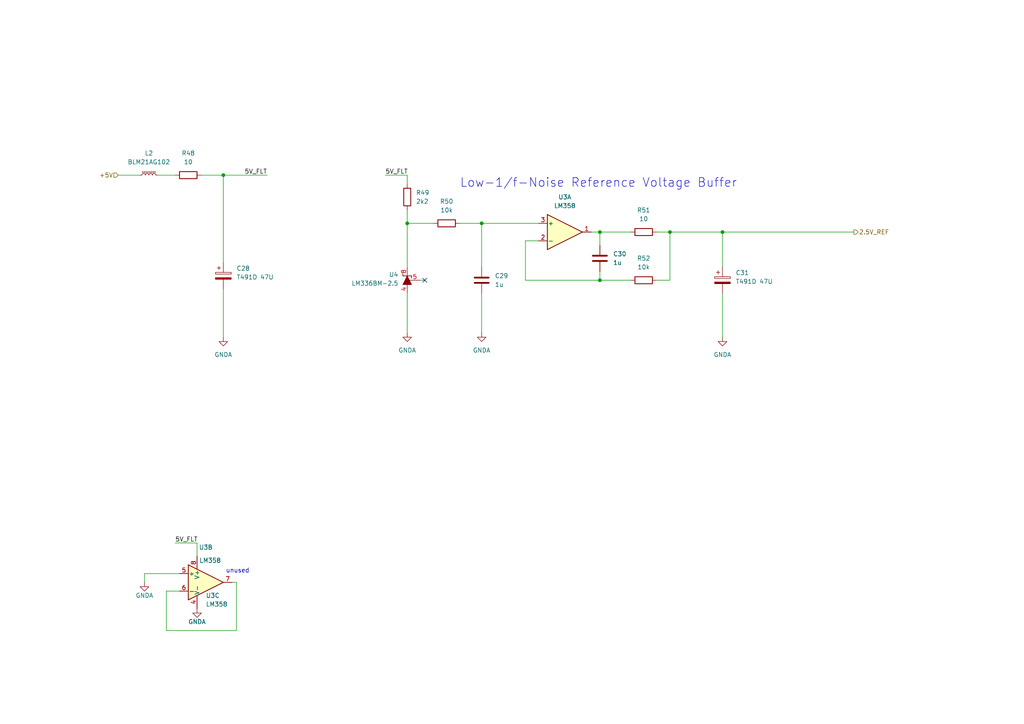
<source format=kicad_sch>
(kicad_sch (version 20211123) (generator eeschema)
  (paper "A4")
  (title_block (title "Low-1/f-Noise Reference Voltage Source") (date "2022-05-02") (rev "0.2.1") (company "U. Lukas"))
  (lib_symbols
    (symbol "Amplifier_Operational:LM358" (pin_names (offset 0.127))
      (property "Reference" "U" (at 0 5.08 0))
      (property "Value" "LM358" (at 0 -5.08 0))
      (symbol "LM358_1_1"
        (polyline (pts (xy -5.08 5.08) (xy 5.08 0) (xy -5.08 -5.08) (xy -5.08 5.08)) (stroke (width 0.254)) (fill (type background)))
        (pin output line (at 7.62 0 180) (length 2.54) (name "~") (number "1"))
        (pin input line (at -7.62 -2.54 0) (length 2.54) (name "-") (number "2"))
        (pin input line (at -7.62 2.54 0) (length 2.54) (name "+") (number "3"))
      )
      (symbol "LM358_2_1"
        (polyline (pts (xy -5.08 5.08) (xy 5.08 0) (xy -5.08 -5.08) (xy -5.08 5.08)) (stroke (width 0.254)) (fill (type background)))
        (pin input line (at -7.62 2.54 0) (length 2.54) (name "+") (number "5"))
        (pin input line (at -7.62 -2.54 0) (length 2.54) (name "-") (number "6"))
        (pin output line (at 7.62 0 180) (length 2.54) (name "~") (number "7"))
      )
      (symbol "LM358_3_1"
        (pin power_in line (at -2.54 -7.62 90) (length 3.81) (name "V-") (number "4"))
        (pin power_in line (at -2.54 7.62 270) (length 3.81) (name "V+") (number "8"))
      )
    )
    (symbol "Device:C" (pin_numbers hide) (pin_names (offset 0.254))
      (property "Reference" "C" (at 0.635 2.54 0))
      (property "Value" "C" (at 0.635 -2.54 0))
      (symbol "C_0_1"
        (polyline (pts (xy -2.032 -0.762) (xy 2.032 -0.762)) (stroke (width 0.508)))
        (polyline (pts (xy -2.032 0.762) (xy 2.032 0.762)) (stroke (width 0.508)))
      )
      (symbol "C_1_1"
        (pin passive line (at 0 3.81 270) (length 2.794) (name "~") (number "1"))
        (pin passive line (at 0 -3.81 90) (length 2.794) (name "~") (number "2"))
      )
    )
    (symbol "Device:C_Polarized" (pin_numbers hide) (pin_names (offset 0.254))
      (property "Reference" "C" (at 0.635 2.54 0))
      (property "Value" "C_Polarized" (at 0.635 -2.54 0))
      (symbol "C_Polarized_0_1"
        (rectangle (start -2.286 0.508) (end 2.286 1.016))
        (polyline (pts (xy -1.778 2.286) (xy -0.762 2.286)))
        (polyline (pts (xy -1.27 2.794) (xy -1.27 1.778)))
        (rectangle (start 2.286 -0.508) (end -2.286 -1.016) (fill (type outline)))
      )
      (symbol "C_Polarized_1_1"
        (pin passive line (at 0 3.81 270) (length 2.794) (name "~") (number "1"))
        (pin passive line (at 0 -3.81 90) (length 2.794) (name "~") (number "2"))
      )
    )
    (symbol "Device:L_Ferrite_Small" (pin_numbers hide) (pin_names (offset 0.254) hide)
      (property "Reference" "L" (at 1.27 1.016 0))
      (property "Value" "L_Ferrite_Small" (at 1.27 -1.27 0))
      (symbol "L_Ferrite_Small_0_1"
        (arc (start 0 -2.032) (mid 0.508 -1.524) (end 0 -1.016))
        (arc (start 0 -1.016) (mid 0.508 -0.508) (end 0 0))
        (polyline (pts (xy 0.762 -1.905) (xy 0.762 -1.651)))
        (polyline (pts (xy 0.762 -1.397) (xy 0.762 -1.143)))
        (polyline (pts (xy 0.762 -0.889) (xy 0.762 -0.635)))
        (polyline (pts (xy 0.762 -0.381) (xy 0.762 -0.127)))
        (polyline (pts (xy 0.762 0.127) (xy 0.762 0.381)))
        (polyline (pts (xy 0.762 0.635) (xy 0.762 0.889)))
        (polyline (pts (xy 0.762 1.143) (xy 0.762 1.397)))
        (polyline (pts (xy 0.762 1.651) (xy 0.762 1.905)))
        (polyline (pts (xy 1.016 -1.651) (xy 1.016 -1.905)))
        (polyline (pts (xy 1.016 -1.143) (xy 1.016 -1.397)))
        (polyline (pts (xy 1.016 -0.635) (xy 1.016 -0.889)))
        (polyline (pts (xy 1.016 -0.127) (xy 1.016 -0.381)))
        (polyline (pts (xy 1.016 0.381) (xy 1.016 0.127)))
        (polyline (pts (xy 1.016 0.889) (xy 1.016 0.635)))
        (polyline (pts (xy 1.016 1.397) (xy 1.016 1.143)))
        (polyline (pts (xy 1.016 1.905) (xy 1.016 1.651)))
        (arc (start 0 0) (mid 0.508 0.508) (end 0 1.016))
        (arc (start 0 1.016) (mid 0.508 1.524) (end 0 2.032))
      )
      (symbol "L_Ferrite_Small_1_1"
        (pin passive line (at 0 2.54 270) (length 0.508) (name "~") (number "1"))
        (pin passive line (at 0 -2.54 90) (length 0.508) (name "~") (number "2"))
      )
    )
    (symbol "Device:R" (pin_numbers hide) (pin_names (offset 0))
      (property "Reference" "R" (at 2.032 0 90))
      (property "Value" "R" (at 0 0 90))
      (symbol "R_0_1"
        (rectangle (start -1.016 -2.54) (end 1.016 2.54) (stroke (width 0.254)))
      )
      (symbol "R_1_1"
        (pin passive line (at 0 3.81 270) (length 1.27) (name "~") (number "1"))
        (pin passive line (at 0 -3.81 90) (length 1.27) (name "~") (number "2"))
      )
    )
    (symbol "lib_ul:LM336BM-2.5" (pin_names (offset 0.0254) hide)
      (property "Reference" "U" (at 2.54 -1.27 0))
      (property "Value" "LM336BM-2.5" (at 2.54 -3.81 0))
      (symbol "LM336BM-2.5_0_0"
        (pin no_connect line (at -8.255 -4.445 0) (length 2.54) hide (name "") (number "1"))
        (pin no_connect line (at -8.255 -1.905 0) (length 2.54) hide (name "") (number "2"))
        (pin no_connect line (at -8.255 0.635 0) (length 2.54) hide (name "") (number "3"))
        (pin no_connect line (at -8.255 3.175 0) (length 2.54) hide (name "") (number "6"))
        (pin no_connect line (at -8.255 5.715 0) (length 2.54) hide (name "") (number "7"))
      )
      (symbol "LM336BM-2.5_0_1"
        (polyline (pts (xy 1.27 0) (xy 1.27 1.27) (xy 1.27 2.54)))
        (polyline (pts (xy 1.27 2.54) (xy 0 0) (xy 2.54 0) (xy 1.27 2.54)) (fill (type outline)))
        (polyline (pts (xy 2.54 1.905) (xy 2.54 2.54) (xy 0 2.54) (xy 0 3.175)) (stroke (width 0.2032)))
      )
      (symbol "LM336BM-2.5_1_1"
        (pin passive line (at 1.27 -2.54 90) (length 2.54) (name "A") (number "4"))
        (pin input line (at 5.08 1.27 180) (length 3.175) (name "ADJ") (number "5"))
        (pin passive line (at 1.27 5.08 270) (length 2.54) (name "K") (number "8"))
      )
    )
    (symbol "power:GNDA" (power) (pin_names (offset 0))
      (property "Value" "GNDA" (at 0 -3.81 0))
      (symbol "GNDA_0_1"
        (polyline (pts (xy 0 0) (xy 0 -1.27) (xy 1.27 -1.27) (xy 0 -2.54) (xy -1.27 -1.27) (xy 0 -1.27)))
      )
      (symbol "GNDA_1_1"
        (pin power_in line (at 0 0 270) (length 0) hide (name "GNDA") (number "1"))
      )
    )
  )
  (junction (at 194.31 67.31))
  (junction (at 173.99 67.31))
  (junction (at 139.7 64.77))
  (junction (at 64.77 50.8))
  (junction (at 173.99 81.28))
  (junction (at 209.55 67.31))
  (junction (at 118.11 64.77))
  (no_connect (at 123.19 81.28))
  (wire (pts (xy 48.26 171.45) (xy 48.26 182.88)))
  (wire (pts (xy 118.11 96.52) (xy 118.11 85.09)))
  (wire (pts (xy 152.4 69.85) (xy 152.4 81.28)))
  (wire (pts (xy 190.5 81.28) (xy 194.31 81.28)))
  (wire (pts (xy 68.58 168.91) (xy 68.58 182.88)))
  (wire (pts (xy 173.99 67.31) (xy 173.99 71.12)))
  (wire (pts (xy 52.07 166.37) (xy 41.91 166.37)))
  (wire (pts (xy 111.76 50.8) (xy 118.11 50.8)))
  (wire (pts (xy 118.11 64.77) (xy 125.73 64.77)))
  (wire (pts (xy 190.5 67.31) (xy 194.31 67.31)))
  (wire (pts (xy 64.77 97.79) (xy 64.77 83.82)))
  (wire (pts (xy 48.26 182.88) (xy 68.58 182.88)))
  (wire (pts (xy 41.91 166.37) (xy 41.91 168.91)))
  (wire (pts (xy 50.8 157.48) (xy 57.15 157.48)))
  (wire (pts (xy 64.77 50.8) (xy 64.77 76.2)))
  (wire (pts (xy 156.21 69.85) (xy 152.4 69.85)))
  (wire (pts (xy 57.15 157.48) (xy 57.15 161.29)))
  (wire (pts (xy 173.99 78.74) (xy 173.99 81.28)))
  (wire (pts (xy 139.7 64.77) (xy 139.7 77.47)))
  (wire (pts (xy 209.55 85.09) (xy 209.55 97.79)))
  (wire (pts (xy 45.72 50.8) (xy 50.8 50.8)))
  (wire (pts (xy 209.55 67.31) (xy 209.55 77.47)))
  (wire (pts (xy 194.31 67.31) (xy 209.55 67.31)))
  (wire (pts (xy 58.42 50.8) (xy 64.77 50.8)))
  (wire (pts (xy 173.99 67.31) (xy 182.88 67.31)))
  (wire (pts (xy 68.58 168.91) (xy 67.31 168.91)))
  (wire (pts (xy 209.55 67.31) (xy 247.65 67.31)))
  (wire (pts (xy 123.19 81.28) (xy 121.92 81.28)))
  (wire (pts (xy 48.26 171.45) (xy 52.07 171.45)))
  (wire (pts (xy 118.11 60.96) (xy 118.11 64.77)))
  (wire (pts (xy 152.4 81.28) (xy 173.99 81.28)))
  (wire (pts (xy 64.77 50.8) (xy 77.47 50.8)))
  (wire (pts (xy 133.35 64.77) (xy 139.7 64.77)))
  (wire (pts (xy 118.11 64.77) (xy 118.11 77.47)))
  (wire (pts (xy 156.21 64.77) (xy 139.7 64.77)))
  (wire (pts (xy 171.45 67.31) (xy 173.99 67.31)))
  (wire (pts (xy 139.7 96.52) (xy 139.7 85.09)))
  (wire (pts (xy 194.31 81.28) (xy 194.31 67.31)))
  (wire (pts (xy 118.11 50.8) (xy 118.11 53.34)))
  (wire (pts (xy 34.29 50.8) (xy 40.64 50.8)))
  (wire (pts (xy 173.99 81.28) (xy 182.88 81.28)))
  (text "Low-1/f-Noise Reference Voltage Buffer" (at 133.35 54.61 0) (effects (font (size 2.54 2.54)) (justify left bottom)))
  (text "unused" (at 72.39 166.37 180) (effects (font (size 1.27 1.27)) (justify right bottom)))
  (label "5V_FLT" (at 50.8 157.48 0))
  (label "5V_FLT" (at 111.76 50.8 0))
  (label "5V_FLT" (at 77.47 50.8 180))
  (hierarchical_label "2.5V_REF" (shape output) (at 247.65 67.31 0))
  (hierarchical_label "+5V" (shape input) (at 34.29 50.8 180))
  (symbol (lib_id "power:GNDA") (at 57.15 176.53 0) (unit 1)
    (property "Reference" "#PWR019" (effects hide))
    (property "Value" "GNDA" (at 57.15 180.34 0))
  )
  (symbol (lib_id "power:GNDA") (at 139.7 96.52 0) (unit 1)
    (property "Reference" "#PWR022" (effects hide))
    (property "Value" "GNDA" (at 139.7 101.6 0))
  )
  (symbol (lib_id "Amplifier_Operational:LM358") (at 59.69 168.91 0) (unit 3)
    (property "Reference" "U3" (at 59.69 172.72 0) (effects (justify left)))
    (property "Value" "LM358" (at 59.69 175.26 0) (effects (justify left)))
    (property "Footprint" "Package_SO:SO-8_3.9x4.9mm_P1.27mm" (effects hide))
    (property "Datasheet" "http://www.ti.com/lit/ds/symlink/lm2904-n.pdf" (effects hide))
  )
  (symbol (lib_id "Device:R") (at 54.61 50.8 90) (unit 1)
    (property "Reference" "R48" (at 54.61 44.45 90))
    (property "Value" "10" (at 54.61 46.99 90))
    (property "Footprint" "Resistor_SMD:R_0603_1608Metric" (effects hide))
  )
  (symbol (lib_id "Device:C") (at 139.7 81.28 0) (unit 1)
    (property "Reference" "C29" (at 143.51 80.0099 0) (effects (justify left)))
    (property "Value" "1u" (at 143.51 82.5499 0) (effects (justify left)))
    (property "Footprint" "Capacitor_SMD:C_1206_3216Metric" (effects hide))
  )
  (symbol (lib_id "power:GNDA") (at 209.55 97.79 0) (unit 1)
    (property "Reference" "#PWR023" (effects hide))
    (property "Value" "GNDA" (at 209.55 102.87 0))
  )
  (symbol (lib_id "Amplifier_Operational:LM358") (at 163.83 67.31 0) (unit 1)
    (property "Reference" "U3" (at 163.83 57.15 0))
    (property "Value" "LM358" (at 163.83 59.69 0))
    (property "Footprint" "Package_SO:SO-8_3.9x4.9mm_P1.27mm" (effects hide))
    (property "Datasheet" "http://www.ti.com/lit/ds/symlink/lm2904-n.pdf" (effects hide))
  )
  (symbol (lib_id "Device:R") (at 186.69 81.28 90) (unit 1)
    (property "Reference" "R52" (at 186.69 74.93 90))
    (property "Value" "10k" (at 186.69 77.47 90))
    (property "Footprint" "Resistor_SMD:R_0603_1608Metric" (effects hide))
  )
  (symbol (lib_id "Device:R") (at 186.69 67.31 90) (unit 1)
    (property "Reference" "R51" (at 186.69 60.96 90))
    (property "Value" "10" (at 186.69 63.5 90))
    (property "Footprint" "Resistor_SMD:R_0603_1608Metric" (effects hide))
  )
  (symbol (lib_id "lib_ul:LM336BM-2.5") (at 116.84 82.55 0) (unit 1)
    (property "Reference" "U4" (at 115.57 79.6416 0) (effects (justify right)))
    (property "Value" "LM336BM-2.5" (at 115.57 82.1816 0) (effects (justify right)))
    (property "Footprint" "Package_SO:SO-8_3.9x4.9mm_P1.27mm" (effects hide))
    (property "Datasheet" "https://www.ti.com/lit/ds/symlink/lm336-2.5-n.pdf" (effects hide))
  )
  (symbol (lib_id "power:GNDA") (at 64.77 97.79 0) (unit 1)
    (property "Reference" "#PWR020" (effects hide))
    (property "Value" "GNDA" (at 64.77 102.87 0))
  )
  (symbol (lib_id "Device:L_Ferrite_Small") (at 43.18 50.8 90) (unit 1)
    (property "Reference" "L2" (at 43.18 44.45 90))
    (property "Value" "BLM21AG102" (at 43.18 46.99 90))
    (property "Footprint" "Inductor_SMD:L_0805_2012Metric" (effects hide))
  )
  (symbol (lib_id "power:GNDA") (at 41.91 168.91 0) (unit 1)
    (property "Reference" "#PWR018" (effects hide))
    (property "Value" "GNDA" (at 41.91 172.72 0))
  )
  (symbol (lib_id "Device:C_Polarized") (at 64.77 80.01 0) (unit 1)
    (property "Reference" "C28" (at 68.58 77.8509 0) (effects (justify left)))
    (property "Value" "T491D 47U" (at 68.58 80.3909 0) (effects (justify left)))
    (property "Footprint" "Capacitor_Tantalum_SMD:CP_EIA-7343-31_Kemet-D" (effects hide))
  )
  (symbol (lib_id "Amplifier_Operational:LM358") (at 59.69 168.91 0) (unit 2)
    (property "Reference" "U3" (at 59.69 158.75 0))
    (property "Value" "LM358" (at 60.96 162.56 0))
    (property "Footprint" "Package_SO:SO-8_3.9x4.9mm_P1.27mm" (effects hide))
    (property "Datasheet" "http://www.ti.com/lit/ds/symlink/lm2904-n.pdf" (effects hide))
  )
  (symbol (lib_id "Device:R") (at 129.54 64.77 90) (unit 1)
    (property "Reference" "R50" (at 129.54 58.42 90))
    (property "Value" "10k" (at 129.54 60.96 90))
    (property "Footprint" "Resistor_SMD:R_0603_1608Metric" (effects hide))
  )
  (symbol (lib_id "Device:C") (at 173.99 74.93 0) (unit 1)
    (property "Reference" "C30" (at 177.8 73.6599 0) (effects (justify left)))
    (property "Value" "1u" (at 177.8 76.1999 0) (effects (justify left)))
    (property "Footprint" "Capacitor_SMD:C_1206_3216Metric" (effects hide))
  )
  (symbol (lib_id "Device:R") (at 118.11 57.15 0) (unit 1)
    (property "Reference" "R49" (at 120.65 55.8799 0) (effects (justify left)))
    (property "Value" "2k2" (at 120.65 58.4199 0) (effects (justify left)))
    (property "Footprint" "Resistor_SMD:R_0603_1608Metric" (effects hide))
  )
  (symbol (lib_id "Device:C_Polarized") (at 209.55 81.28 0) (unit 1)
    (property "Reference" "C31" (at 213.36 79.1209 0) (effects (justify left)))
    (property "Value" "T491D 47U" (at 213.36 81.6609 0) (effects (justify left)))
    (property "Footprint" "Capacitor_Tantalum_SMD:CP_EIA-7343-31_Kemet-D" (effects hide))
  )
  (symbol (lib_id "power:GNDA") (at 118.11 96.52 0) (unit 1)
    (property "Reference" "#PWR021" (effects hide))
    (property "Value" "GNDA" (at 118.11 101.6 0))
  )
)
</source>
